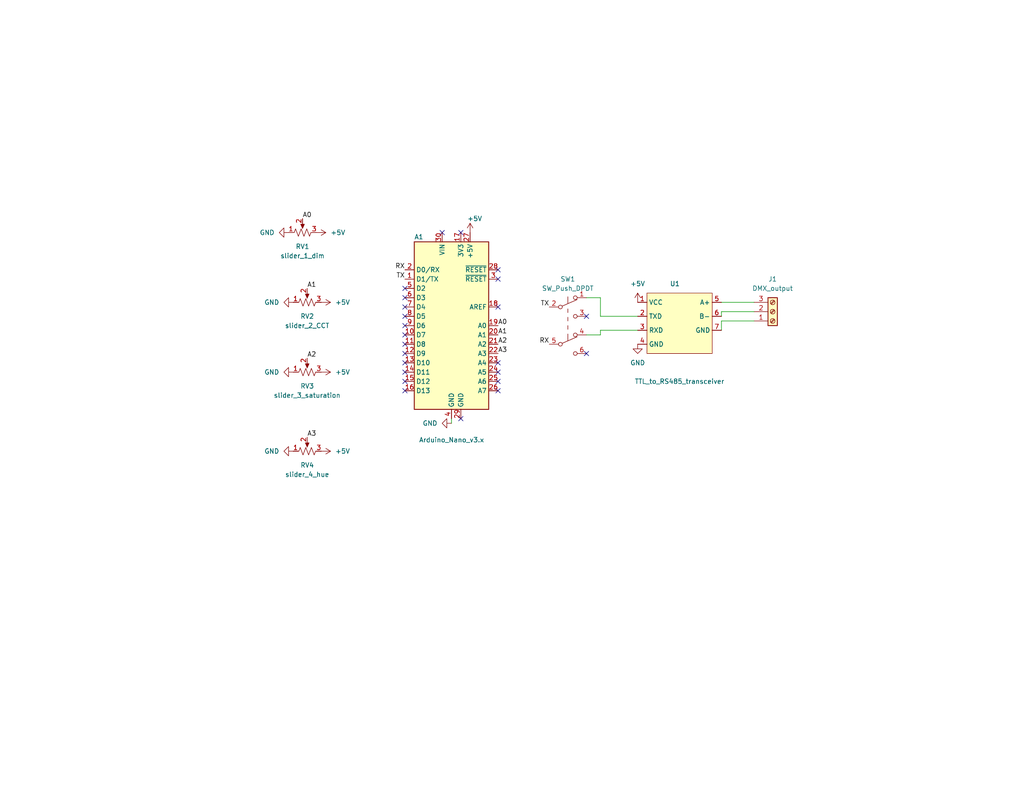
<source format=kicad_sch>
(kicad_sch (version 20211123) (generator eeschema)
  (paper "USLetter")
  (title_block (title "DMX controller"))
  (lib_symbols
    (symbol "Connector:Screw_Terminal_01x03" (pin_names (offset 1.016) hide)
      (property "Reference" "J" (at 0 5.08 0))
      (property "Value" "Screw_Terminal_01x03" (at 0 -5.08 0))
      (symbol "Screw_Terminal_01x03_1_1"
        (rectangle (start -1.27 3.81) (end 1.27 -3.81) (stroke (width 0.254)) (fill (type background)))
        (circle (center 0 -2.54) (radius 0.635) (stroke (width 0.1524)))
        (polyline (pts (xy -0.5334 -2.2098) (xy 0.3302 -3.048)) (stroke (width 0.1524)))
        (polyline (pts (xy -0.5334 0.3302) (xy 0.3302 -0.508)) (stroke (width 0.1524)))
        (polyline (pts (xy -0.5334 2.8702) (xy 0.3302 2.032)) (stroke (width 0.1524)))
        (polyline (pts (xy -0.3556 -2.032) (xy 0.508 -2.8702)) (stroke (width 0.1524)))
        (polyline (pts (xy -0.3556 0.508) (xy 0.508 -0.3302)) (stroke (width 0.1524)))
        (polyline (pts (xy -0.3556 3.048) (xy 0.508 2.2098)) (stroke (width 0.1524)))
        (circle (center 0 0) (radius 0.635) (stroke (width 0.1524)))
        (circle (center 0 2.54) (radius 0.635) (stroke (width 0.1524)))
        (pin passive line (at -5.08 2.54 0) (length 3.81) (name "Pin_1") (number "1"))
        (pin passive line (at -5.08 0 0) (length 3.81) (name "Pin_2") (number "2"))
        (pin passive line (at -5.08 -2.54 0) (length 3.81) (name "Pin_3") (number "3"))
      )
    )
    (symbol "DMX_controller:TTL_to_RS485_transceiver"
      (property "Reference" "U" (at 7.62 11.43 0))
      (property "Value" "TTL_to_RS485_transceiver" (at 8.89 -11.43 0))
      (symbol "TTL_to_RS485_transceiver_0_1"
        (rectangle (start 0 8.89) (end 17.78 -7.62) (fill (type background)))
      )
      (symbol "TTL_to_RS485_transceiver_1_1"
        (pin power_in line (at -2.54 6.35 0) (length 2.54) (name "VCC") (number "1"))
        (pin input line (at -2.54 2.54 0) (length 2.54) (name "TXD") (number "2"))
        (pin input line (at -2.54 -1.27 0) (length 2.54) (name "RXD") (number "3"))
        (pin power_in line (at -2.54 -5.08 0) (length 2.54) (name "GND") (number "4"))
        (pin output line (at 20.32 6.35 180) (length 2.54) (name "A+") (number "5"))
        (pin output line (at 20.32 2.54 180) (length 2.54) (name "B-") (number "6"))
        (pin power_in line (at 20.32 -1.27 180) (length 2.54) (name "GND") (number "7"))
      )
    )
    (symbol "Device:R_Potentiometer_US" (pin_names (offset 1.016) hide)
      (property "Reference" "RV" (at -4.445 0 90))
      (property "Value" "R_Potentiometer_US" (at -2.54 0 90))
      (symbol "R_Potentiometer_US_0_1"
        (polyline (pts (xy 0 -2.286) (xy 0 -2.54)))
        (polyline (pts (xy 0 2.54) (xy 0 2.286)))
        (polyline (pts (xy 2.54 0) (xy 1.524 0)))
        (polyline (pts (xy 1.143 0) (xy 2.286 0.508) (xy 2.286 -0.508) (xy 1.143 0)) (fill (type outline)))
        (polyline (pts (xy 0 -0.762) (xy 1.016 -1.143) (xy 0 -1.524) (xy -1.016 -1.905) (xy 0 -2.286)))
        (polyline (pts (xy 0 0.762) (xy 1.016 0.381) (xy 0 0) (xy -1.016 -0.381) (xy 0 -0.762)))
        (polyline (pts (xy 0 2.286) (xy 1.016 1.905) (xy 0 1.524) (xy -1.016 1.143) (xy 0 0.762)))
      )
      (symbol "R_Potentiometer_US_1_1"
        (pin passive line (at 0 3.81 270) (length 1.27) (name "1") (number "1"))
        (pin passive line (at 3.81 0 180) (length 1.27) (name "2") (number "2"))
        (pin passive line (at 0 -3.81 90) (length 1.27) (name "3") (number "3"))
      )
    )
    (symbol "MCU_Module:Arduino_Nano_v3.x"
      (property "Reference" "A" (at -10.16 23.495 0))
      (property "Value" "Arduino_Nano_v3.x" (at 5.08 -24.13 0))
      (symbol "Arduino_Nano_v3.x_0_1"
        (rectangle (start -10.16 22.86) (end 10.16 -22.86) (stroke (width 0.254)) (fill (type background)))
      )
      (symbol "Arduino_Nano_v3.x_1_1"
        (pin bidirectional line (at -12.7 12.7 0) (length 2.54) (name "D1/TX") (number "1"))
        (pin bidirectional line (at -12.7 -2.54 0) (length 2.54) (name "D7") (number "10"))
        (pin bidirectional line (at -12.7 -5.08 0) (length 2.54) (name "D8") (number "11"))
        (pin bidirectional line (at -12.7 -7.62 0) (length 2.54) (name "D9") (number "12"))
        (pin bidirectional line (at -12.7 -10.16 0) (length 2.54) (name "D10") (number "13"))
        (pin bidirectional line (at -12.7 -12.7 0) (length 2.54) (name "D11") (number "14"))
        (pin bidirectional line (at -12.7 -15.24 0) (length 2.54) (name "D12") (number "15"))
        (pin bidirectional line (at -12.7 -17.78 0) (length 2.54) (name "D13") (number "16"))
        (pin power_out line (at 2.54 25.4 270) (length 2.54) (name "3V3") (number "17"))
        (pin input line (at 12.7 5.08 180) (length 2.54) (name "AREF") (number "18"))
        (pin bidirectional line (at 12.7 0 180) (length 2.54) (name "A0") (number "19"))
        (pin bidirectional line (at -12.7 15.24 0) (length 2.54) (name "D0/RX") (number "2"))
        (pin bidirectional line (at 12.7 -2.54 180) (length 2.54) (name "A1") (number "20"))
        (pin bidirectional line (at 12.7 -5.08 180) (length 2.54) (name "A2") (number "21"))
        (pin bidirectional line (at 12.7 -7.62 180) (length 2.54) (name "A3") (number "22"))
        (pin bidirectional line (at 12.7 -10.16 180) (length 2.54) (name "A4") (number "23"))
        (pin bidirectional line (at 12.7 -12.7 180) (length 2.54) (name "A5") (number "24"))
        (pin bidirectional line (at 12.7 -15.24 180) (length 2.54) (name "A6") (number "25"))
        (pin bidirectional line (at 12.7 -17.78 180) (length 2.54) (name "A7") (number "26"))
        (pin power_out line (at 5.08 25.4 270) (length 2.54) (name "+5V") (number "27"))
        (pin input line (at 12.7 15.24 180) (length 2.54) (name "~{RESET}") (number "28"))
        (pin power_in line (at 2.54 -25.4 90) (length 2.54) (name "GND") (number "29"))
        (pin input line (at 12.7 12.7 180) (length 2.54) (name "~{RESET}") (number "3"))
        (pin power_in line (at -2.54 25.4 270) (length 2.54) (name "VIN") (number "30"))
        (pin power_in line (at 0 -25.4 90) (length 2.54) (name "GND") (number "4"))
        (pin bidirectional line (at -12.7 10.16 0) (length 2.54) (name "D2") (number "5"))
        (pin bidirectional line (at -12.7 7.62 0) (length 2.54) (name "D3") (number "6"))
        (pin bidirectional line (at -12.7 5.08 0) (length 2.54) (name "D4") (number "7"))
        (pin bidirectional line (at -12.7 2.54 0) (length 2.54) (name "D5") (number "8"))
        (pin bidirectional line (at -12.7 0 0) (length 2.54) (name "D6") (number "9"))
      )
    )
    (symbol "Switch:SW_Push_DPDT" (pin_names (offset 0) hide)
      (property "Reference" "SW" (at 0 8.89 0))
      (property "Value" "SW_Push_DPDT" (at 0 -10.16 0))
      (symbol "SW_Push_DPDT_0_0"
        (circle (center -2.032 -5.08) (radius 0.508))
        (circle (center -2.032 5.08) (radius 0.508))
        (circle (center 2.032 -7.62) (radius 0.508))
        (circle (center 2.032 2.54) (radius 0.508))
      )
      (symbol "SW_Push_DPDT_0_1"
        (polyline (pts (xy -1.524 -4.826) (xy 2.54 -3.048)))
        (polyline (pts (xy -1.524 5.334) (xy 2.54 7.112)))
        (polyline (pts (xy 0 -2.286) (xy 0 -4.064)))
        (polyline (pts (xy 0 -1.016) (xy 0 0)))
        (polyline (pts (xy 0 1.27) (xy 0 2.286)))
        (polyline (pts (xy 0 3.556) (xy 0 4.572)))
        (polyline (pts (xy 0 7.874) (xy 0 6.096)))
        (circle (center 2.032 -2.54) (radius 0.508))
        (circle (center 2.032 7.62) (radius 0.508))
      )
      (symbol "SW_Push_DPDT_1_1"
        (pin passive line (at 5.08 7.62 180) (length 2.54) (name "A") (number "1"))
        (pin passive line (at -5.08 5.08 0) (length 2.54) (name "B") (number "2"))
        (pin passive line (at 5.08 2.54 180) (length 2.54) (name "C") (number "3"))
        (pin passive line (at 5.08 -2.54 180) (length 2.54) (name "A") (number "4"))
        (pin passive line (at -5.08 -5.08 0) (length 2.54) (name "B") (number "5"))
        (pin passive line (at 5.08 -7.62 180) (length 2.54) (name "C") (number "6"))
      )
    )
    (symbol "power:+5V" (power) (pin_names (offset 0))
      (property "Value" "+5V" (at 0 3.556 0))
      (symbol "+5V_0_1"
        (polyline (pts (xy -0.762 1.27) (xy 0 2.54)))
        (polyline (pts (xy 0 0) (xy 0 2.54)))
        (polyline (pts (xy 0 2.54) (xy 0.762 1.27)))
      )
      (symbol "+5V_1_1"
        (pin power_in line (at 0 0 90) (length 0) hide (name "+5V") (number "1"))
      )
    )
    (symbol "power:GND" (power) (pin_names (offset 0))
      (property "Value" "GND" (at 0 -3.81 0))
      (symbol "GND_0_1"
        (polyline (pts (xy 0 0) (xy 0 -1.27) (xy 1.27 -1.27) (xy 0 -2.54) (xy -1.27 -1.27) (xy 0 -1.27)))
      )
      (symbol "GND_1_1"
        (pin power_in line (at 0 0 270) (length 0) hide (name "GND") (number "1"))
      )
    )
  )
  (no_connect (at 125.73 114.3))
  (no_connect (at 110.49 83.82))
  (no_connect (at 110.49 81.28))
  (no_connect (at 110.49 78.74))
  (no_connect (at 120.65 63.5))
  (no_connect (at 110.49 99.06))
  (no_connect (at 110.49 91.44))
  (no_connect (at 110.49 88.9))
  (no_connect (at 110.49 86.36))
  (no_connect (at 110.49 96.52))
  (no_connect (at 110.49 93.98))
  (no_connect (at 110.49 106.68))
  (no_connect (at 110.49 104.14))
  (no_connect (at 110.49 101.6))
  (no_connect (at 135.89 106.68))
  (no_connect (at 135.89 101.6))
  (no_connect (at 135.89 104.14))
  (no_connect (at 135.89 99.06))
  (no_connect (at 135.89 83.82))
  (no_connect (at 135.89 76.2))
  (no_connect (at 135.89 73.66))
  (no_connect (at 125.73 63.5))
  (no_connect (at 160.02 96.52))
  (no_connect (at 160.02 86.36))
  (wire (pts (xy 163.83 90.17) (xy 173.99 90.17)))
  (wire (pts (xy 163.83 91.44) (xy 163.83 90.17)))
  (wire (pts (xy 160.02 81.28) (xy 163.83 81.28)))
  (wire (pts (xy 196.85 90.17) (xy 196.85 87.63)))
  (wire (pts (xy 163.83 81.28) (xy 163.83 86.36)))
  (wire (pts (xy 196.85 82.55) (xy 205.74 82.55)))
  (wire (pts (xy 196.85 85.09) (xy 205.74 85.09)))
  (wire (pts (xy 196.85 86.36) (xy 196.85 85.09)))
  (wire (pts (xy 196.85 87.63) (xy 205.74 87.63)))
  (wire (pts (xy 123.19 115.57) (xy 123.19 114.3)))
  (wire (pts (xy 163.83 86.36) (xy 173.99 86.36)))
  (wire (pts (xy 160.02 91.44) (xy 163.83 91.44)))
  (label "A0" (at 135.89 88.9 0))
  (label "A3" (at 83.82 119.38 0))
  (label "RX" (at 149.86 93.98 180))
  (label "A2" (at 83.82 97.79 0))
  (label "RX" (at 110.49 73.66 180))
  (label "A3" (at 135.89 96.52 0))
  (label "A2" (at 135.89 93.98 0))
  (label "TX" (at 149.86 83.82 180))
  (label "TX" (at 110.49 76.2 180))
  (label "A0" (at 82.55 59.69 0))
  (label "A1" (at 83.82 78.74 0))
  (label "A1" (at 135.89 91.44 0))
  (symbol (lib_id "power:GND") (at 80.01 82.55 270) (unit 1)
    (property "Reference" "#PWR02" (effects hide))
    (property "Value" "GND" (at 76.2 82.5499 90) (effects (justify right)))
  )
  (symbol (lib_id "power:+5V") (at 173.99 82.55 0) (unit 1)
    (property "Reference" "#PWR011" (effects hide))
    (property "Value" "+5V" (at 173.99 77.47 0))
  )
  (symbol (lib_id "Connector:Screw_Terminal_01x03") (at 210.82 85.09 0) (mirror x) (unit 1)
    (property "Reference" "J1" (at 210.82 76.2 0))
    (property "Value" "DMX_output" (at 210.82 78.74 0))
    (property "Footprint" "TerminalBlock_Phoenix:TerminalBlock_Phoenix_MKDS-3-3-5.08_1x03_P5.08mm_Horizontal" (effects hide))
  )
  (symbol (lib_id "power:+5V") (at 86.36 63.5 270) (unit 1)
    (property "Reference" "#PWR05" (effects hide))
    (property "Value" "+5V" (at 90.17 63.4999 90) (effects (justify left)))
  )
  (symbol (lib_id "MCU_Module:Arduino_Nano_v3.x") (at 123.19 88.9 0) (unit 1)
    (property "Reference" "A1" (at 113.03 65.405 0) (effects (justify left bottom)))
    (property "Value" "Arduino_Nano_v3.x" (at 114.3 119.38 0) (effects (justify left top)))
    (property "Footprint" "Module:Arduino_Nano" (effects hide))
    (property "Datasheet" "http://www.mouser.com/pdfdocs/Gravitech_Arduino_Nano3_0.pdf" (effects hide))
  )
  (symbol (lib_id "power:+5V") (at 87.63 82.55 270) (unit 1)
    (property "Reference" "#PWR06" (effects hide))
    (property "Value" "+5V" (at 91.44 82.5499 90) (effects (justify left)))
  )
  (symbol (lib_id "Device:R_Potentiometer_US") (at 83.82 101.6 90) (unit 1)
    (property "Reference" "RV3" (at 83.82 105.41 90))
    (property "Value" "slider_3_saturation" (at 83.82 107.95 90))
    (property "Footprint" "DMX_controller:slide_potentiometer_OAK_A50K" (effects hide))
  )
  (symbol (lib_id "Device:R_Potentiometer_US") (at 83.82 82.55 90) (unit 1)
    (property "Reference" "RV2" (at 83.82 86.36 90))
    (property "Value" "slider_2_CCT" (at 83.82 88.9 90))
    (property "Footprint" "DMX_controller:slide_potentiometer_OAK_A50K" (effects hide))
  )
  (symbol (lib_id "power:GND") (at 80.01 123.19 270) (unit 1)
    (property "Reference" "#PWR04" (effects hide))
    (property "Value" "GND" (at 76.2 123.1899 90) (effects (justify right)))
  )
  (symbol (lib_id "DMX_controller:TTL_to_RS485_transceiver") (at 176.53 88.9 0) (unit 1)
    (property "Reference" "U1" (at 184.15 77.47 0))
    (property "Value" "TTL_to_RS485_transceiver" (at 185.42 104.14 0))
    (property "Footprint" "DMX_controller:TTL_to_RS485_transceiver" (effects hide))
  )
  (symbol (lib_id "power:GND") (at 78.74 63.5 270) (unit 1)
    (property "Reference" "#PWR01" (effects hide))
    (property "Value" "GND" (at 74.93 63.4999 90) (effects (justify right)))
  )
  (symbol (lib_id "power:+5V") (at 87.63 101.6 270) (unit 1)
    (property "Reference" "#PWR07" (effects hide))
    (property "Value" "+5V" (at 91.44 101.5999 90) (effects (justify left)))
  )
  (symbol (lib_id "Switch:SW_Push_DPDT") (at 154.94 88.9 0) (unit 1)
    (property "Reference" "SW1" (at 154.94 76.2 0))
    (property "Value" "SW_Push_DPDT" (at 154.94 78.74 0))
    (property "Footprint" "DMX_controller:slide_switch_DPDT_black_plastic_red_sealed_terminals" (effects hide))
  )
  (symbol (lib_id "Device:R_Potentiometer_US") (at 83.82 123.19 90) (unit 1)
    (property "Reference" "RV4" (at 83.82 127 90))
    (property "Value" "slider_4_hue" (at 83.82 129.54 90))
    (property "Footprint" "DMX_controller:slide_potentiometer_OAK_A50K" (effects hide))
  )
  (symbol (lib_id "power:GND") (at 123.19 115.57 270) (unit 1)
    (property "Reference" "#PWR09" (effects hide))
    (property "Value" "GND" (at 119.38 115.5699 90) (effects (justify right)))
  )
  (symbol (lib_id "power:GND") (at 80.01 101.6 270) (unit 1)
    (property "Reference" "#PWR03" (effects hide))
    (property "Value" "GND" (at 76.2 101.5999 90) (effects (justify right)))
  )
  (symbol (lib_id "Device:R_Potentiometer_US") (at 82.55 63.5 90) (unit 1)
    (property "Reference" "RV1" (at 82.55 67.31 90))
    (property "Value" "slider_1_dim" (at 82.55 69.85 90))
    (property "Footprint" "DMX_controller:slide_potentiometer_OAK_A50K" (effects hide))
  )
  (symbol (lib_id "power:GND") (at 173.99 93.98 0) (unit 1)
    (property "Reference" "#PWR012" (effects hide))
    (property "Value" "GND" (at 173.99 99.06 0))
  )
  (symbol (lib_id "power:+5V") (at 128.27 63.5 0) (unit 1)
    (property "Reference" "#PWR010" (effects hide))
    (property "Value" "+5V" (at 129.54 59.69 0))
  )
  (symbol (lib_id "power:+5V") (at 87.63 123.19 270) (unit 1)
    (property "Reference" "#PWR08" (effects hide))
    (property "Value" "+5V" (at 91.44 123.1899 90) (effects (justify left)))
  )
)
</source>
